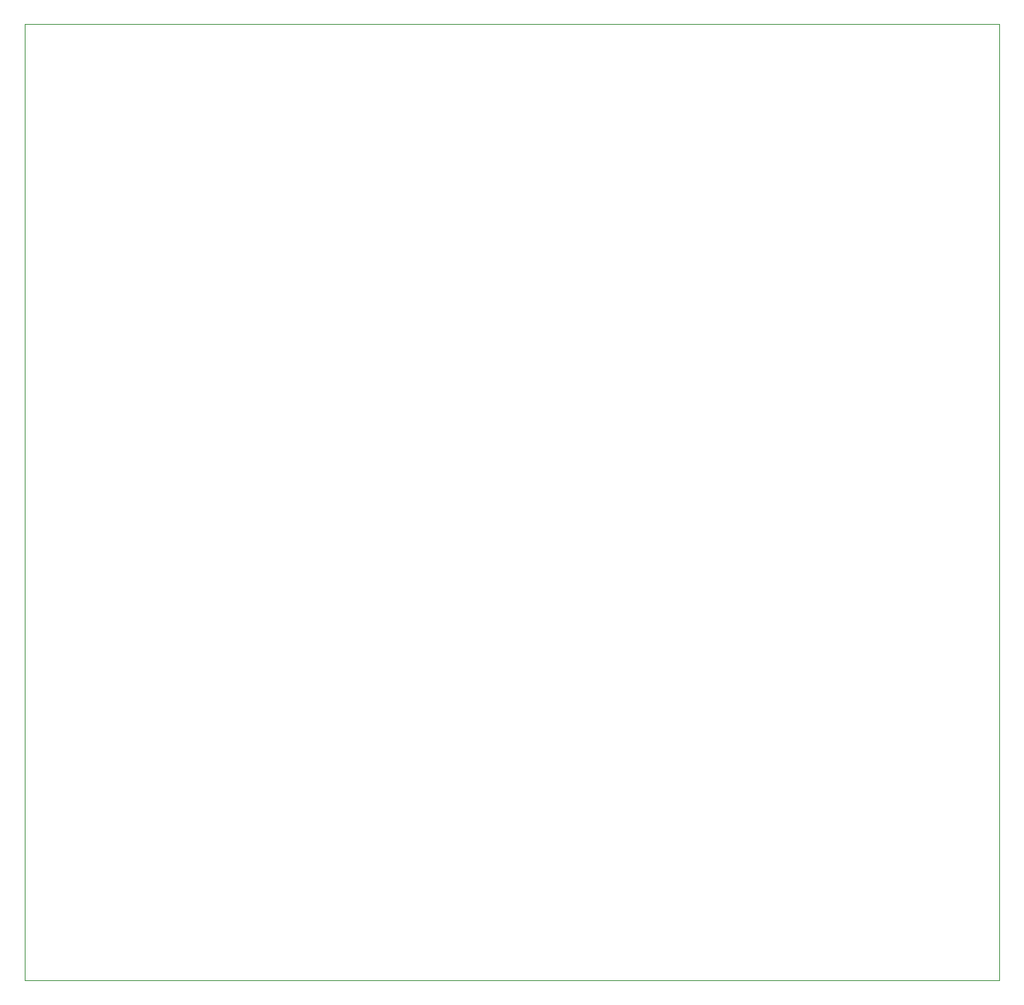
<source format=gm1>
G04 #@! TF.GenerationSoftware,KiCad,Pcbnew,(6.0.0)*
G04 #@! TF.CreationDate,2022-04-06T20:06:18+02:00*
G04 #@! TF.ProjectId,GenerativeEngine,47656e65-7261-4746-9976-65456e67696e,rev?*
G04 #@! TF.SameCoordinates,Original*
G04 #@! TF.FileFunction,Profile,NP*
%FSLAX46Y46*%
G04 Gerber Fmt 4.6, Leading zero omitted, Abs format (unit mm)*
G04 Created by KiCad (PCBNEW (6.0.0)) date 2022-04-06 20:06:18*
%MOMM*%
%LPD*%
G01*
G04 APERTURE LIST*
G04 #@! TA.AperFunction,Profile*
%ADD10C,0.100000*%
G04 #@! TD*
G04 APERTURE END LIST*
D10*
X146984200Y-155834400D02*
X146984200Y-47834400D01*
X146984200Y-155834400D02*
X36984200Y-155834400D01*
X146984200Y-47834400D02*
X36984200Y-47834400D01*
X36984200Y-155834400D02*
X36984200Y-47834400D01*
M02*

</source>
